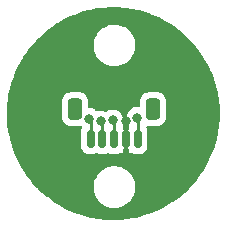
<source format=gbr>
%TF.GenerationSoftware,KiCad,Pcbnew,(6.0.0)*%
%TF.CreationDate,2022-07-24T21:51:42-05:00*%
%TF.ProjectId,5PinSHto5PinSh,3550696e-5348-4746-9f35-50696e53682e,rev?*%
%TF.SameCoordinates,Original*%
%TF.FileFunction,Copper,L2,Bot*%
%TF.FilePolarity,Positive*%
%FSLAX46Y46*%
G04 Gerber Fmt 4.6, Leading zero omitted, Abs format (unit mm)*
G04 Created by KiCad (PCBNEW (6.0.0)) date 2022-07-24 21:51:42*
%MOMM*%
%LPD*%
G01*
G04 APERTURE LIST*
G04 Aperture macros list*
%AMRoundRect*
0 Rectangle with rounded corners*
0 $1 Rounding radius*
0 $2 $3 $4 $5 $6 $7 $8 $9 X,Y pos of 4 corners*
0 Add a 4 corners polygon primitive as box body*
4,1,4,$2,$3,$4,$5,$6,$7,$8,$9,$2,$3,0*
0 Add four circle primitives for the rounded corners*
1,1,$1+$1,$2,$3*
1,1,$1+$1,$4,$5*
1,1,$1+$1,$6,$7*
1,1,$1+$1,$8,$9*
0 Add four rect primitives between the rounded corners*
20,1,$1+$1,$2,$3,$4,$5,0*
20,1,$1+$1,$4,$5,$6,$7,0*
20,1,$1+$1,$6,$7,$8,$9,0*
20,1,$1+$1,$8,$9,$2,$3,0*%
G04 Aperture macros list end*
%TA.AperFunction,SMDPad,CuDef*%
%ADD10RoundRect,0.150000X0.150000X0.625000X-0.150000X0.625000X-0.150000X-0.625000X0.150000X-0.625000X0*%
%TD*%
%TA.AperFunction,SMDPad,CuDef*%
%ADD11RoundRect,0.250000X0.350000X0.650000X-0.350000X0.650000X-0.350000X-0.650000X0.350000X-0.650000X0*%
%TD*%
%TA.AperFunction,ViaPad*%
%ADD12C,0.800000*%
%TD*%
%TA.AperFunction,Conductor*%
%ADD13C,0.250000*%
%TD*%
G04 APERTURE END LIST*
D10*
%TO.P,J2,1,Pin_1*%
%TO.N,+3V3*%
X146970000Y-110915000D03*
%TO.P,J2,2,Pin_2*%
%TO.N,GND*%
X145970000Y-110915000D03*
%TO.P,J2,3,Pin_3*%
%TO.N,SWCLK*%
X144970000Y-110915000D03*
%TO.P,J2,4,Pin_4*%
%TO.N,SWDIO*%
X143970000Y-110915000D03*
%TO.P,J2,5,Pin_5*%
%TO.N,RESET*%
X142970000Y-110915000D03*
D11*
%TO.P,J2,MP*%
%TO.N,N/C*%
X148270000Y-108390000D03*
X141670000Y-108390000D03*
%TD*%
D12*
%TO.N,+3V3*%
X146940000Y-109110000D03*
%TO.N,GND*%
X145972758Y-109361886D03*
%TO.N,SWCLK*%
X144840000Y-109350000D03*
%TO.N,SWDIO*%
X143830000Y-109440000D03*
%TO.N,RESET*%
X142856329Y-109214234D03*
%TD*%
D13*
%TO.N,+3V3*%
X146970000Y-109140000D02*
X146940000Y-109110000D01*
%TO.N,GND*%
X145970000Y-109364644D02*
X145972758Y-109361886D01*
X145970000Y-110915000D02*
X145970000Y-109364644D01*
%TO.N,+3V3*%
X146970000Y-110915000D02*
X146970000Y-109140000D01*
%TO.N,SWCLK*%
X144970000Y-109480000D02*
X144840000Y-109350000D01*
X144970000Y-110915000D02*
X144970000Y-109480000D01*
%TO.N,SWDIO*%
X143970000Y-109580000D02*
X143830000Y-109440000D01*
%TO.N,RESET*%
X142970000Y-109327905D02*
X142856329Y-109214234D01*
X142970000Y-110915000D02*
X142970000Y-109327905D01*
%TO.N,SWDIO*%
X143970000Y-110915000D02*
X143970000Y-109580000D01*
%TD*%
%TA.AperFunction,Conductor*%
%TO.N,GND*%
G36*
X144982317Y-99769273D02*
G01*
X145304813Y-99773213D01*
X145313160Y-99773592D01*
X145900849Y-99819845D01*
X145909152Y-99820777D01*
X146063772Y-99843333D01*
X146492468Y-99905873D01*
X146500665Y-99907348D01*
X147042821Y-100023575D01*
X147077095Y-100030923D01*
X147085202Y-100032945D01*
X147652133Y-100194440D01*
X147660088Y-100196994D01*
X147941795Y-100297859D01*
X148215080Y-100395709D01*
X148222838Y-100398781D01*
X148763458Y-100633851D01*
X148771005Y-100637434D01*
X149294838Y-100907804D01*
X149302131Y-100911880D01*
X149806902Y-101216377D01*
X149813909Y-101220928D01*
X150297374Y-101558197D01*
X150304062Y-101563200D01*
X150474644Y-101699862D01*
X150764133Y-101931787D01*
X150770476Y-101937224D01*
X151204813Y-102335219D01*
X151205093Y-102335476D01*
X151211063Y-102341322D01*
X151618332Y-102767506D01*
X151623901Y-102773734D01*
X151903103Y-103107655D01*
X152002037Y-103225979D01*
X152007181Y-103232563D01*
X152354515Y-103708877D01*
X152359211Y-103715788D01*
X152472510Y-103895009D01*
X152610427Y-104113171D01*
X152674203Y-104214055D01*
X152678426Y-104221253D01*
X152931528Y-104687408D01*
X152959717Y-104739325D01*
X152963456Y-104746791D01*
X152968841Y-104758500D01*
X153209785Y-105282351D01*
X153213023Y-105290053D01*
X153423322Y-105840770D01*
X153426042Y-105848670D01*
X153599374Y-106412098D01*
X153601564Y-106420160D01*
X153737181Y-106993855D01*
X153738832Y-107002040D01*
X153761392Y-107136854D01*
X153836126Y-107583452D01*
X153837231Y-107591734D01*
X153895779Y-108178309D01*
X153896333Y-108186645D01*
X153915897Y-108776384D01*
X153915928Y-108783640D01*
X153905719Y-109201389D01*
X153905342Y-109216800D01*
X153904957Y-109224036D01*
X153858426Y-109790007D01*
X153856609Y-109812104D01*
X153855649Y-109820401D01*
X153852258Y-109843096D01*
X153768515Y-110403426D01*
X153767007Y-110411644D01*
X153641425Y-110987617D01*
X153639375Y-110995717D01*
X153475900Y-111562089D01*
X153473318Y-111570035D01*
X153274875Y-112118230D01*
X153272667Y-112124329D01*
X153269568Y-112132077D01*
X153119099Y-112474855D01*
X153032615Y-112671869D01*
X153029015Y-112679383D01*
X152756797Y-113202312D01*
X152752722Y-113209545D01*
X152551229Y-113540941D01*
X152446451Y-113713270D01*
X152441876Y-113720261D01*
X152102912Y-114202557D01*
X152097884Y-114209229D01*
X151954496Y-114386932D01*
X151761144Y-114626557D01*
X151727702Y-114668002D01*
X151722248Y-114674320D01*
X151567802Y-114841692D01*
X151322477Y-115107548D01*
X151316611Y-115113497D01*
X151269390Y-115158308D01*
X150930181Y-115480206D01*
X150889000Y-115519285D01*
X150882752Y-115524832D01*
X150429196Y-115901381D01*
X150422594Y-115906502D01*
X149945076Y-116252168D01*
X149938149Y-116256840D01*
X149874549Y-116296736D01*
X149482809Y-116542474D01*
X149438780Y-116570093D01*
X149431562Y-116574294D01*
X149396190Y-116593340D01*
X148912517Y-116853771D01*
X148905044Y-116857481D01*
X148368600Y-117101953D01*
X148360919Y-117105150D01*
X147863769Y-117293008D01*
X147809470Y-117313526D01*
X147801560Y-117316219D01*
X147237507Y-117487591D01*
X147229437Y-117489753D01*
X146655293Y-117623360D01*
X146647097Y-117624983D01*
X146451100Y-117657079D01*
X146065337Y-117720250D01*
X146057072Y-117721324D01*
X145470282Y-117777825D01*
X145461951Y-117778350D01*
X145297938Y-117783217D01*
X144872693Y-117795838D01*
X144864338Y-117795808D01*
X144569801Y-117785008D01*
X144275253Y-117774207D01*
X144266939Y-117773627D01*
X143680531Y-117713027D01*
X143672277Y-117711897D01*
X143091199Y-117612571D01*
X143083013Y-117610891D01*
X142935448Y-117575464D01*
X142509794Y-117473274D01*
X142501756Y-117471059D01*
X141938916Y-117295754D01*
X141931039Y-117293011D01*
X141381055Y-117080789D01*
X141373382Y-117077532D01*
X140838663Y-116829325D01*
X140831205Y-116825557D01*
X140314144Y-116542474D01*
X140306952Y-116538221D01*
X139809778Y-116221486D01*
X139802884Y-116216766D01*
X139327787Y-115867773D01*
X139321221Y-115862606D01*
X139289474Y-115835873D01*
X138870294Y-115482890D01*
X138864092Y-115477305D01*
X138552866Y-115177805D01*
X138479969Y-115107655D01*
X143239858Y-115107655D01*
X143275104Y-115366638D01*
X143276412Y-115371124D01*
X143276412Y-115371126D01*
X143296098Y-115438664D01*
X143348243Y-115617567D01*
X143457668Y-115854928D01*
X143460231Y-115858837D01*
X143598410Y-116069596D01*
X143598414Y-116069601D01*
X143600976Y-116073509D01*
X143775018Y-116268506D01*
X143975970Y-116435637D01*
X143979973Y-116438066D01*
X144195422Y-116568804D01*
X144195426Y-116568806D01*
X144199419Y-116571229D01*
X144440455Y-116672303D01*
X144693783Y-116736641D01*
X144698434Y-116737109D01*
X144698438Y-116737110D01*
X144891308Y-116756531D01*
X144910867Y-116758500D01*
X145066354Y-116758500D01*
X145068679Y-116758327D01*
X145068685Y-116758327D01*
X145256000Y-116744407D01*
X145256004Y-116744406D01*
X145260652Y-116744061D01*
X145265200Y-116743032D01*
X145265206Y-116743031D01*
X145451601Y-116700853D01*
X145515577Y-116686377D01*
X145551769Y-116672303D01*
X145754824Y-116593340D01*
X145754827Y-116593339D01*
X145759177Y-116591647D01*
X145986098Y-116461951D01*
X146191357Y-116300138D01*
X146370443Y-116109763D01*
X146511451Y-115906502D01*
X146516759Y-115898851D01*
X146516761Y-115898848D01*
X146519424Y-115895009D01*
X146521492Y-115890816D01*
X146632960Y-115664781D01*
X146632961Y-115664778D01*
X146635025Y-115660593D01*
X146638167Y-115650779D01*
X146713280Y-115416123D01*
X146714707Y-115411665D01*
X146756721Y-115153693D01*
X146760142Y-114892345D01*
X146724896Y-114633362D01*
X146710473Y-114583877D01*
X146653068Y-114386932D01*
X146651757Y-114382433D01*
X146542332Y-114145072D01*
X146509519Y-114095024D01*
X146401590Y-113930404D01*
X146401586Y-113930399D01*
X146399024Y-113926491D01*
X146224982Y-113731494D01*
X146024030Y-113564363D01*
X145976844Y-113535730D01*
X145804578Y-113431196D01*
X145804574Y-113431194D01*
X145800581Y-113428771D01*
X145559545Y-113327697D01*
X145306217Y-113263359D01*
X145301566Y-113262891D01*
X145301562Y-113262890D01*
X145092271Y-113241816D01*
X145089133Y-113241500D01*
X144933646Y-113241500D01*
X144931321Y-113241673D01*
X144931315Y-113241673D01*
X144744000Y-113255593D01*
X144743996Y-113255594D01*
X144739348Y-113255939D01*
X144734800Y-113256968D01*
X144734794Y-113256969D01*
X144548399Y-113299147D01*
X144484423Y-113313623D01*
X144480071Y-113315315D01*
X144480069Y-113315316D01*
X144245176Y-113406660D01*
X144245173Y-113406661D01*
X144240823Y-113408353D01*
X144013902Y-113538049D01*
X143808643Y-113699862D01*
X143629557Y-113890237D01*
X143480576Y-114104991D01*
X143478510Y-114109181D01*
X143478508Y-114109184D01*
X143429172Y-114209229D01*
X143364975Y-114339407D01*
X143285293Y-114588335D01*
X143243279Y-114846307D01*
X143239858Y-115107655D01*
X138479969Y-115107655D01*
X138439326Y-115068543D01*
X138433530Y-115062583D01*
X138036760Y-114626539D01*
X138031360Y-114620194D01*
X137811547Y-114343852D01*
X137664376Y-114158832D01*
X137659399Y-114152130D01*
X137626759Y-114104991D01*
X137323813Y-113667482D01*
X137319290Y-113660463D01*
X137261776Y-113564363D01*
X137016565Y-113154646D01*
X137012514Y-113147339D01*
X136743965Y-112622548D01*
X136740408Y-112614988D01*
X136507241Y-112073580D01*
X136504192Y-112065801D01*
X136307411Y-111510108D01*
X136304885Y-111502144D01*
X136145368Y-110934646D01*
X136143375Y-110926532D01*
X136034871Y-110411644D01*
X136021816Y-110349693D01*
X136020368Y-110341480D01*
X136003929Y-110225968D01*
X135937306Y-109757854D01*
X135936404Y-109749549D01*
X135892206Y-109161722D01*
X135891856Y-109153375D01*
X135891306Y-109090400D01*
X140561500Y-109090400D01*
X140561837Y-109093646D01*
X140561837Y-109093650D01*
X140568468Y-109157552D01*
X140572474Y-109196166D01*
X140574655Y-109202702D01*
X140574655Y-109202704D01*
X140604902Y-109293365D01*
X140628450Y-109363946D01*
X140721522Y-109514348D01*
X140846697Y-109639305D01*
X140852927Y-109643145D01*
X140852928Y-109643146D01*
X140990090Y-109727694D01*
X140997262Y-109732115D01*
X141074869Y-109757856D01*
X141158611Y-109785632D01*
X141158613Y-109785632D01*
X141165139Y-109787797D01*
X141171975Y-109788497D01*
X141171978Y-109788498D01*
X141215031Y-109792909D01*
X141269600Y-109798500D01*
X142070400Y-109798500D01*
X142073646Y-109798163D01*
X142073650Y-109798163D01*
X142088499Y-109796622D01*
X142158320Y-109809486D01*
X142195140Y-109837640D01*
X142210071Y-109854223D01*
X142240788Y-109918231D01*
X142232023Y-109988684D01*
X142224887Y-110002672D01*
X142210855Y-110026399D01*
X142208644Y-110034010D01*
X142208643Y-110034012D01*
X142193472Y-110086231D01*
X142164438Y-110186169D01*
X142161500Y-110223498D01*
X142161500Y-111606502D01*
X142164438Y-111643831D01*
X142166233Y-111650008D01*
X142208643Y-111795988D01*
X142208644Y-111795990D01*
X142210855Y-111803601D01*
X142214892Y-111810427D01*
X142291509Y-111939980D01*
X142291511Y-111939983D01*
X142295547Y-111946807D01*
X142413193Y-112064453D01*
X142420017Y-112068489D01*
X142420020Y-112068491D01*
X142521083Y-112128259D01*
X142556399Y-112149145D01*
X142564010Y-112151356D01*
X142564012Y-112151357D01*
X142616231Y-112166528D01*
X142716169Y-112195562D01*
X142722574Y-112196066D01*
X142722579Y-112196067D01*
X142751042Y-112198307D01*
X142751050Y-112198307D01*
X142753498Y-112198500D01*
X143186502Y-112198500D01*
X143188950Y-112198307D01*
X143188958Y-112198307D01*
X143217421Y-112196067D01*
X143217426Y-112196066D01*
X143223831Y-112195562D01*
X143323769Y-112166528D01*
X143375988Y-112151357D01*
X143375990Y-112151356D01*
X143383601Y-112149145D01*
X143390426Y-112145109D01*
X143405863Y-112135980D01*
X143474679Y-112118522D01*
X143534137Y-112135980D01*
X143549574Y-112145109D01*
X143556399Y-112149145D01*
X143564010Y-112151356D01*
X143564012Y-112151357D01*
X143616231Y-112166528D01*
X143716169Y-112195562D01*
X143722574Y-112196066D01*
X143722579Y-112196067D01*
X143751042Y-112198307D01*
X143751050Y-112198307D01*
X143753498Y-112198500D01*
X144186502Y-112198500D01*
X144188950Y-112198307D01*
X144188958Y-112198307D01*
X144217421Y-112196067D01*
X144217426Y-112196066D01*
X144223831Y-112195562D01*
X144323769Y-112166528D01*
X144375988Y-112151357D01*
X144375990Y-112151356D01*
X144383601Y-112149145D01*
X144390426Y-112145109D01*
X144405863Y-112135980D01*
X144474679Y-112118522D01*
X144534137Y-112135980D01*
X144549574Y-112145109D01*
X144556399Y-112149145D01*
X144564010Y-112151356D01*
X144564012Y-112151357D01*
X144616231Y-112166528D01*
X144716169Y-112195562D01*
X144722574Y-112196066D01*
X144722579Y-112196067D01*
X144751042Y-112198307D01*
X144751050Y-112198307D01*
X144753498Y-112198500D01*
X145186502Y-112198500D01*
X145188950Y-112198307D01*
X145188958Y-112198307D01*
X145217421Y-112196067D01*
X145217426Y-112196066D01*
X145223831Y-112195562D01*
X145323769Y-112166528D01*
X145375988Y-112151357D01*
X145375990Y-112151356D01*
X145383601Y-112149145D01*
X145406351Y-112135690D01*
X145475165Y-112118230D01*
X145534630Y-112135689D01*
X145549779Y-112144648D01*
X145564210Y-112150893D01*
X145698605Y-112189939D01*
X145712706Y-112189899D01*
X145716000Y-112182630D01*
X145716000Y-111857570D01*
X145726115Y-111808725D01*
X145729145Y-111803601D01*
X145731355Y-111795993D01*
X145731357Y-111795989D01*
X145773767Y-111650008D01*
X145775562Y-111643831D01*
X145778500Y-111606502D01*
X145778500Y-110223498D01*
X145775562Y-110186169D01*
X145754718Y-110114422D01*
X145731357Y-110034011D01*
X145731355Y-110034007D01*
X145729145Y-110026399D01*
X145726115Y-110021275D01*
X145716000Y-109972430D01*
X145716000Y-109635007D01*
X145718192Y-109635007D01*
X145718907Y-109584970D01*
X145733542Y-109539928D01*
X145736341Y-109513303D01*
X145752814Y-109356565D01*
X145753504Y-109350000D01*
X145748241Y-109299928D01*
X145734232Y-109166635D01*
X145734232Y-109166633D01*
X145733542Y-109160072D01*
X145717272Y-109110000D01*
X146026496Y-109110000D01*
X146027186Y-109116565D01*
X146038483Y-109224046D01*
X146046458Y-109299928D01*
X146105473Y-109481556D01*
X146108776Y-109487278D01*
X146108777Y-109487279D01*
X146126793Y-109518483D01*
X146200694Y-109646483D01*
X146200960Y-109646944D01*
X146200876Y-109646993D01*
X146223794Y-109711227D01*
X146224000Y-109718421D01*
X146224000Y-109972430D01*
X146213885Y-110021275D01*
X146210855Y-110026399D01*
X146208645Y-110034007D01*
X146208643Y-110034011D01*
X146185282Y-110114422D01*
X146164438Y-110186169D01*
X146161500Y-110223498D01*
X146161500Y-111606502D01*
X146164438Y-111643831D01*
X146166233Y-111650008D01*
X146208643Y-111795989D01*
X146208645Y-111795993D01*
X146210855Y-111803601D01*
X146213885Y-111808725D01*
X146224000Y-111857570D01*
X146224000Y-112176878D01*
X146227973Y-112190409D01*
X146235871Y-112191544D01*
X146375790Y-112150893D01*
X146390221Y-112144648D01*
X146405370Y-112135689D01*
X146474186Y-112118230D01*
X146533648Y-112135690D01*
X146556399Y-112149145D01*
X146564010Y-112151356D01*
X146564012Y-112151357D01*
X146616231Y-112166528D01*
X146716169Y-112195562D01*
X146722574Y-112196066D01*
X146722579Y-112196067D01*
X146751042Y-112198307D01*
X146751050Y-112198307D01*
X146753498Y-112198500D01*
X147186502Y-112198500D01*
X147188950Y-112198307D01*
X147188958Y-112198307D01*
X147217421Y-112196067D01*
X147217426Y-112196066D01*
X147223831Y-112195562D01*
X147323769Y-112166528D01*
X147375988Y-112151357D01*
X147375990Y-112151356D01*
X147383601Y-112149145D01*
X147418917Y-112128259D01*
X147519980Y-112068491D01*
X147519983Y-112068489D01*
X147526807Y-112064453D01*
X147644453Y-111946807D01*
X147648489Y-111939983D01*
X147648491Y-111939980D01*
X147725108Y-111810427D01*
X147729145Y-111803601D01*
X147731356Y-111795990D01*
X147731357Y-111795988D01*
X147773767Y-111650008D01*
X147775562Y-111643831D01*
X147778500Y-111606502D01*
X147778500Y-110223498D01*
X147775562Y-110186169D01*
X147746528Y-110086231D01*
X147731357Y-110034012D01*
X147731356Y-110034010D01*
X147729145Y-110026399D01*
X147714992Y-110002467D01*
X147703724Y-109983414D01*
X147686265Y-109914598D01*
X147708783Y-109847266D01*
X147764128Y-109802798D01*
X147825020Y-109793932D01*
X147869600Y-109798500D01*
X148670400Y-109798500D01*
X148673646Y-109798163D01*
X148673650Y-109798163D01*
X148769308Y-109788238D01*
X148769312Y-109788237D01*
X148776166Y-109787526D01*
X148782702Y-109785345D01*
X148782704Y-109785345D01*
X148914806Y-109741272D01*
X148943946Y-109731550D01*
X149094348Y-109638478D01*
X149219305Y-109513303D01*
X149223146Y-109507072D01*
X149308275Y-109368968D01*
X149308276Y-109368966D01*
X149312115Y-109362738D01*
X149367797Y-109194861D01*
X149371193Y-109161722D01*
X149378172Y-109093598D01*
X149378500Y-109090400D01*
X149378500Y-107689600D01*
X149367526Y-107583834D01*
X149311550Y-107416054D01*
X149218478Y-107265652D01*
X149093303Y-107140695D01*
X149087072Y-107136854D01*
X148948968Y-107051725D01*
X148948966Y-107051724D01*
X148942738Y-107047885D01*
X148804537Y-107002046D01*
X148781389Y-106994368D01*
X148781387Y-106994368D01*
X148774861Y-106992203D01*
X148768025Y-106991503D01*
X148768022Y-106991502D01*
X148724969Y-106987091D01*
X148670400Y-106981500D01*
X147869600Y-106981500D01*
X147866354Y-106981837D01*
X147866350Y-106981837D01*
X147770692Y-106991762D01*
X147770688Y-106991763D01*
X147763834Y-106992474D01*
X147757298Y-106994655D01*
X147757296Y-106994655D01*
X147747516Y-106997918D01*
X147596054Y-107048450D01*
X147445652Y-107141522D01*
X147320695Y-107266697D01*
X147227885Y-107417262D01*
X147172203Y-107585139D01*
X147161500Y-107689600D01*
X147161500Y-108075501D01*
X147141498Y-108143622D01*
X147087842Y-108190115D01*
X147035487Y-108199416D01*
X147035487Y-108201500D01*
X146844513Y-108201500D01*
X146838061Y-108202872D01*
X146838056Y-108202872D01*
X146751113Y-108221353D01*
X146657712Y-108241206D01*
X146651682Y-108243891D01*
X146651681Y-108243891D01*
X146489278Y-108316197D01*
X146489276Y-108316198D01*
X146483248Y-108318882D01*
X146477907Y-108322762D01*
X146477906Y-108322763D01*
X146446694Y-108345440D01*
X146328747Y-108431134D01*
X146324326Y-108436044D01*
X146324325Y-108436045D01*
X146208241Y-108564970D01*
X146200960Y-108573056D01*
X146105473Y-108738444D01*
X146046458Y-108920072D01*
X146026496Y-109110000D01*
X145717272Y-109110000D01*
X145674527Y-108978444D01*
X145579040Y-108813056D01*
X145546021Y-108776384D01*
X145455675Y-108676045D01*
X145455674Y-108676044D01*
X145451253Y-108671134D01*
X145324131Y-108578774D01*
X145302094Y-108562763D01*
X145302093Y-108562762D01*
X145296752Y-108558882D01*
X145290724Y-108556198D01*
X145290722Y-108556197D01*
X145128319Y-108483891D01*
X145128318Y-108483891D01*
X145122288Y-108481206D01*
X145028888Y-108461353D01*
X144941944Y-108442872D01*
X144941939Y-108442872D01*
X144935487Y-108441500D01*
X144744513Y-108441500D01*
X144738061Y-108442872D01*
X144738056Y-108442872D01*
X144651112Y-108461353D01*
X144557712Y-108481206D01*
X144551682Y-108483891D01*
X144551681Y-108483891D01*
X144389278Y-108556197D01*
X144389276Y-108556198D01*
X144383248Y-108558882D01*
X144377907Y-108562762D01*
X144377906Y-108562763D01*
X144328629Y-108598565D01*
X144261761Y-108622424D01*
X144203322Y-108611737D01*
X144112288Y-108571206D01*
X144057536Y-108559568D01*
X143931944Y-108532872D01*
X143931939Y-108532872D01*
X143925487Y-108531500D01*
X143734513Y-108531500D01*
X143728061Y-108532872D01*
X143728056Y-108532872D01*
X143577049Y-108564970D01*
X143506258Y-108559568D01*
X143468832Y-108536756D01*
X143467582Y-108535368D01*
X143340273Y-108442872D01*
X143318423Y-108426997D01*
X143318422Y-108426996D01*
X143313081Y-108423116D01*
X143307053Y-108420432D01*
X143307051Y-108420431D01*
X143144648Y-108348125D01*
X143144647Y-108348125D01*
X143138617Y-108345440D01*
X143031931Y-108322763D01*
X142958273Y-108307106D01*
X142958268Y-108307106D01*
X142951816Y-108305734D01*
X142904500Y-108305734D01*
X142836379Y-108285732D01*
X142789886Y-108232076D01*
X142778500Y-108179734D01*
X142778500Y-107689600D01*
X142767526Y-107583834D01*
X142711550Y-107416054D01*
X142618478Y-107265652D01*
X142493303Y-107140695D01*
X142487072Y-107136854D01*
X142348968Y-107051725D01*
X142348966Y-107051724D01*
X142342738Y-107047885D01*
X142204537Y-107002046D01*
X142181389Y-106994368D01*
X142181387Y-106994368D01*
X142174861Y-106992203D01*
X142168025Y-106991503D01*
X142168022Y-106991502D01*
X142124969Y-106987091D01*
X142070400Y-106981500D01*
X141269600Y-106981500D01*
X141266354Y-106981837D01*
X141266350Y-106981837D01*
X141170692Y-106991762D01*
X141170688Y-106991763D01*
X141163834Y-106992474D01*
X141157298Y-106994655D01*
X141157296Y-106994655D01*
X141147516Y-106997918D01*
X140996054Y-107048450D01*
X140845652Y-107141522D01*
X140720695Y-107266697D01*
X140627885Y-107417262D01*
X140572203Y-107585139D01*
X140561500Y-107689600D01*
X140561500Y-109090400D01*
X135891306Y-109090400D01*
X135886711Y-108563901D01*
X135886915Y-108555548D01*
X135920848Y-107967032D01*
X135921605Y-107958711D01*
X135955523Y-107686402D01*
X135994470Y-107373722D01*
X135995775Y-107365480D01*
X136107247Y-106786619D01*
X136109098Y-106778472D01*
X136258686Y-106208272D01*
X136261067Y-106200282D01*
X136448128Y-105641218D01*
X136451038Y-105633396D01*
X136674721Y-105088001D01*
X136678145Y-105080381D01*
X136843410Y-104743031D01*
X136937495Y-104550979D01*
X136941413Y-104543611D01*
X136962773Y-104506466D01*
X137235275Y-104032572D01*
X137239678Y-104025472D01*
X137566744Y-103535057D01*
X137571607Y-103528263D01*
X137801097Y-103229186D01*
X137894351Y-103107655D01*
X143239858Y-103107655D01*
X143275104Y-103366638D01*
X143276412Y-103371124D01*
X143276412Y-103371126D01*
X143296098Y-103438664D01*
X143348243Y-103617567D01*
X143457668Y-103854928D01*
X143460231Y-103858837D01*
X143598410Y-104069596D01*
X143598414Y-104069601D01*
X143600976Y-104073509D01*
X143775018Y-104268506D01*
X143975970Y-104435637D01*
X143979973Y-104438066D01*
X144195422Y-104568804D01*
X144195426Y-104568806D01*
X144199419Y-104571229D01*
X144440455Y-104672303D01*
X144693783Y-104736641D01*
X144698434Y-104737109D01*
X144698438Y-104737110D01*
X144891308Y-104756531D01*
X144910867Y-104758500D01*
X145066354Y-104758500D01*
X145068679Y-104758327D01*
X145068685Y-104758327D01*
X145256000Y-104744407D01*
X145256004Y-104744406D01*
X145260652Y-104744061D01*
X145265200Y-104743032D01*
X145265206Y-104743031D01*
X145451601Y-104700853D01*
X145515577Y-104686377D01*
X145551769Y-104672303D01*
X145754824Y-104593340D01*
X145754827Y-104593339D01*
X145759177Y-104591647D01*
X145986098Y-104461951D01*
X146191357Y-104300138D01*
X146370443Y-104109763D01*
X146519424Y-103895009D01*
X146635025Y-103660593D01*
X146714707Y-103411665D01*
X146756721Y-103153693D01*
X146760142Y-102892345D01*
X146724896Y-102633362D01*
X146710473Y-102583877D01*
X146653068Y-102386932D01*
X146651757Y-102382433D01*
X146542332Y-102145072D01*
X146406061Y-101937224D01*
X146401590Y-101930404D01*
X146401586Y-101930399D01*
X146399024Y-101926491D01*
X146224982Y-101731494D01*
X146024030Y-101564363D01*
X145857589Y-101463364D01*
X145804578Y-101431196D01*
X145804574Y-101431194D01*
X145800581Y-101428771D01*
X145559545Y-101327697D01*
X145306217Y-101263359D01*
X145301566Y-101262891D01*
X145301562Y-101262890D01*
X145092271Y-101241816D01*
X145089133Y-101241500D01*
X144933646Y-101241500D01*
X144931321Y-101241673D01*
X144931315Y-101241673D01*
X144744000Y-101255593D01*
X144743996Y-101255594D01*
X144739348Y-101255939D01*
X144734800Y-101256968D01*
X144734794Y-101256969D01*
X144548399Y-101299147D01*
X144484423Y-101313623D01*
X144480071Y-101315315D01*
X144480069Y-101315316D01*
X144245176Y-101406660D01*
X144245173Y-101406661D01*
X144240823Y-101408353D01*
X144013902Y-101538049D01*
X143808643Y-101699862D01*
X143629557Y-101890237D01*
X143480576Y-102104991D01*
X143364975Y-102339407D01*
X143363553Y-102343850D01*
X143363552Y-102343852D01*
X143351202Y-102382433D01*
X143285293Y-102588335D01*
X143243279Y-102846307D01*
X143239858Y-103107655D01*
X137894351Y-103107655D01*
X137930490Y-103060558D01*
X137935787Y-103054110D01*
X138073793Y-102897022D01*
X138324846Y-102611254D01*
X138330560Y-102605168D01*
X138351926Y-102583877D01*
X138601196Y-102335476D01*
X138748135Y-102189049D01*
X138754246Y-102183351D01*
X139198462Y-101795836D01*
X139204926Y-101790563D01*
X139673876Y-101433319D01*
X139680672Y-101428491D01*
X140172246Y-101103124D01*
X140179348Y-101098754D01*
X140691438Y-100806663D01*
X140698811Y-100802777D01*
X141229093Y-100545286D01*
X141236722Y-100541889D01*
X141596730Y-100395705D01*
X141782914Y-100320103D01*
X141790753Y-100317219D01*
X142350436Y-100132122D01*
X142358451Y-100129763D01*
X142740635Y-100030923D01*
X142929187Y-99982160D01*
X142937325Y-99980342D01*
X143516586Y-99870889D01*
X143524817Y-99869615D01*
X143850853Y-99830161D01*
X144110040Y-99798796D01*
X144118363Y-99798067D01*
X144621685Y-99770807D01*
X144707011Y-99766186D01*
X144715360Y-99766011D01*
X144982317Y-99769273D01*
G37*
%TD.AperFunction*%
%TD*%
M02*

</source>
